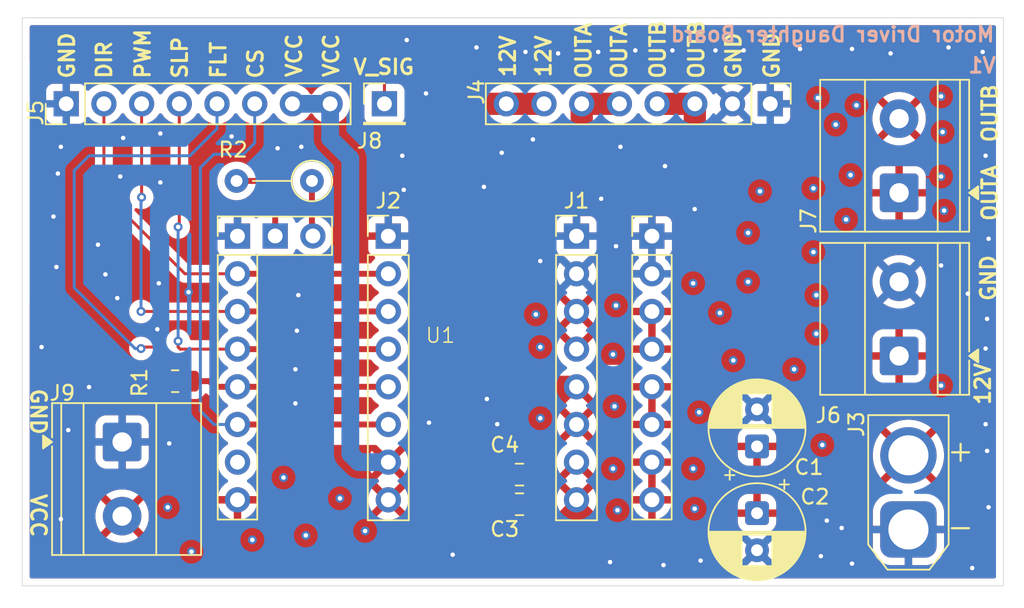
<source format=kicad_pcb>
(kicad_pcb (version 20241229) (generator "pcbnew") (generator_version "9.0")
  (title_block (title "Motor Driver Daughter Board") (date "2025-09-30") (rev "1") (company "Gold Rush Robotics") (comment 1 "Designed by: Sylvester Pudelko (BigPierogi)"))
  (layers (0 "F.Cu" mixed "TOP") (2 "B.Cu" mixed "BOTTOM") (13 "F.Paste" user) (15 "B.Paste" user) (5 "F.SilkS" user "F.Silkscreen") (7 "B.SilkS" user "B.Silkscreen") (1 "F.Mask" user) (3 "B.Mask" user) (25 "Edge.Cuts" user))
  (net 0 "")
  (net 1 "GND")
  (net 2 "+12V")
  (net 3 "OUTB")
  (net 4 "OUTA")
  (net 5 "VCC")
  (net 6 "FLT")
  (net 7 "CS")
  (net 8 "SLP")
  (net 9 "PWM")
  (net 10 "DIR")
  (net 11 "V_SIG")
  (net 12 "Net-(U1-VREFGND)")
  (net 13 "Net-(U1-VREF)")
  (footprint "Connector_PinHeader_2.54mm:PinHeader_1x08_P2.54mm_Vertical" (layer "F.Cu") (at 40.82 31.26)
    (property "Reference" "J2" (at 0 -2.38 0) (layer "F.SilkS"))
    (property "Value" "Conn_01x08" (hide yes))
    (pad "1" thru_hole rect (at 0 0) (size 1.7 1.7) (drill 1) (layers "*.Cu" "*.Mask") (net 1 "GND"))
    (pad "2" thru_hole circle (at 0 2.54) (size 1.7 1.7) (drill 1) (layers "*.Cu" "*.Mask") (net 10 "DIR"))
    (pad "3" thru_hole circle (at 0 5.08) (size 1.7 1.7) (drill 1) (layers "*.Cu" "*.Mask") (net 9 "PWM"))
    (pad "4" thru_hole circle (at 0 7.62) (size 1.7 1.7) (drill 1) (layers "*.Cu" "*.Mask") (net 8 "SLP"))
    (pad "5" thru_hole circle (at 0 10.16) (size 1.7 1.7) (drill 1) (layers "*.Cu" "*.Mask") (net 6 "FLT"))
    (pad "6" thru_hole circle (at 0 12.7) (size 1.7 1.7) (drill 1) (layers "*.Cu" "*.Mask") (net 7 "CS"))
    (pad "7" thru_hole circle (at 0 15.24) (size 1.7 1.7) (drill 1) (layers "*.Cu" "*.Mask") (net 5 "VCC"))
    (pad "8" thru_hole circle (at 0 17.78) (size 1.7 1.7) (drill 1) (layers "*.Cu" "*.Mask") (net 5 "VCC"))
  )
  (footprint "Connector_PinHeader_2.54mm:PinHeader_1x08_P2.54mm_Vertical" (layer "F.Cu") (at 66.55 22.34 -90)
    (property "Reference" "J4" (at -0.8 19.79 270) (layer "F.SilkS"))
    (property "Value" "Conn_01x08" (hide yes))
    (pad "1" thru_hole rect (at 0 0 270) (size 1.7 1.7) (drill 1) (layers "*.Cu" "*.Mask") (net 1 "GND"))
    (pad "2" thru_hole circle (at 0 2.54 270) (size 1.7 1.7) (drill 1) (layers "*.Cu" "*.Mask") (net 1 "GND"))
    (pad "3" thru_hole circle (at 0 5.08 270) (size 1.7 1.7) (drill 1) (layers "*.Cu" "*.Mask") (net 3 "OUTB"))
    (pad "4" thru_hole circle (at 0 7.62 270) (size 1.7 1.7) (drill 1) (layers "*.Cu" "*.Mask") (net 3 "OUTB"))
    (pad "5" thru_hole circle (at 0 10.16 270) (size 1.7 1.7) (drill 1) (layers "*.Cu" "*.Mask") (net 4 "OUTA"))
    (pad "6" thru_hole circle (at 0 12.7 270) (size 1.7 1.7) (drill 1) (layers "*.Cu" "*.Mask") (net 4 "OUTA"))
    (pad "7" thru_hole circle (at 0 15.24 270) (size 1.7 1.7) (drill 1) (layers "*.Cu" "*.Mask") (net 2 "+12V"))
    (pad "8" thru_hole circle (at 0 17.78 270) (size 1.7 1.7) (drill 1) (layers "*.Cu" "*.Mask") (net 2 "+12V"))
  )
  (footprint "Connector_PinHeader_2.54mm:PinHeader_1x08_P2.54mm_Vertical" (layer "F.Cu") (at 19.12 22.34 90)
    (property "Reference" "J5" (at -0.6 -2.06 90) (layer "F.SilkS"))
    (property "Value" "Conn_01x08" (hide yes))
    (pad "1" thru_hole rect (at 0 0 90) (size 1.7 1.7) (drill 1) (layers "*.Cu" "*.Mask") (net 1 "GND"))
    (pad "2" thru_hole circle (at 0 2.54 90) (size 1.7 1.7) (drill 1) (layers "*.Cu" "*.Mask") (net 10 "DIR"))
    (pad "3" thru_hole circle (at 0 5.08 90) (size 1.7 1.7) (drill 1) (layers "*.Cu" "*.Mask") (net 9 "PWM"))
    (pad "4" thru_hole circle (at 0 7.62 90) (size 1.7 1.7) (drill 1) (layers "*.Cu" "*.Mask") (net 8 "SLP"))
    (pad "5" thru_hole circle (at 0 10.16 90) (size 1.7 1.7) (drill 1) (layers "*.Cu" "*.Mask") (net 6 "FLT"))
    (pad "6" thru_hole circle (at 0 12.7 90) (size 1.7 1.7) (drill 1) (layers "*.Cu" "*.Mask") (net 7 "CS"))
    (pad "7" thru_hole circle (at 0 15.24 90) (size 1.7 1.7) (drill 1) (layers "*.Cu" "*.Mask") (net 5 "VCC"))
    (pad "8" thru_hole circle (at 0 17.78 90) (size 1.7 1.7) (drill 1) (layers "*.Cu" "*.Mask") (net 5 "VCC"))
  )
  (footprint "Connector_PinHeader_2.54mm:PinHeader_1x01_P2.54mm_Vertical" (layer "F.Cu") (at 40.56 22.34)
    (property "Reference" "J8" (at -1 2.5 0) (layer "F.SilkS"))
    (property "Value" "Conn_01x01" (hide yes))
    (pad "1" thru_hole rect (at 0 0) (size 1.7 1.7) (drill 1) (layers "*.Cu" "*.Mask") (net 11 "V_SIG"))
  )
  (footprint "PololuMotorDriver:Pololu_G2_Motor_Driver_18v17" (layer "F.Cu") (at 44.63 43.25)
    (property "Reference" "U1" (at -0.3 -5.3 0) (layer "F.SilkS") (effects (font (thickness 0.1))))
    (property "Value" "~")
    (pad "1" thru_hole rect (at -13.97 -11.99) (size 1.7 1.7) (drill 1) (layers "*.Cu" "*.Mask") (net 1 "GND"))
    (pad "1" thru_hole rect (at 13.95 -11.99) (size 1.7 1.7) (drill 1) (layers "*.Cu" "*.Mask") (net 1 "GND"))
    (pad "1" thru_hole oval (at 13.95 -9.45) (size 1.7 1.7) (drill 1) (layers "*.Cu" "*.Mask") (net 1 "GND"))
    (pad "2" thru_hole oval (at -13.97 -9.45) (size 1.7 1.7) (drill 1) (layers "*.Cu" "*.Mask") (net 10 "DIR"))
    (pad "3" thru_hole oval (at -13.97 -6.91) (size 1.7 1.7) (drill 1) (layers "*.Cu" "*.Mask") (net 9 "PWM"))
    (pad "4" thru_hole oval (at -13.97 -4.37) (size 1.7 1.7) (drill 1) (layers "*.Cu" "*.Mask") (net 8 "SLP"))
    (pad "5" thru_hole oval (at -13.97 -1.83) (size 1.7 1.7) (drill 1) (layers "*.Cu" "*.Mask") (net 6 "FLT"))
    (pad "6" thru_hole oval (at -13.97 0.71) (size 1.7 1.7) (drill 1) (layers "*.Cu" "*.Mask") (net 7 "CS"))
    (pad "7" thru_hole oval (at -13.97 3.25) (size 1.7 1.7) (drill 1) (layers "*.Cu" "*.Mask"))
    (pad "8" thru_hole oval (at -13.97 5.79) (size 1.7 1.7) (drill 1) (layers "*.Cu" "*.Mask") (net 5 "VCC"))
    (pad "9" thru_hole oval (at 13.95 -6.91) (size 1.7 1.7) (drill 1) (layers "*.Cu" "*.Mask") (net 3 "OUTB"))
    (pad "9" thru_hole oval (at 13.95 -4.37) (size 1.7 1.7) (drill 1) (layers "*.Cu" "*.Mask") (net 3 "OUTB"))
    (pad "10" thru_hole oval (at 13.95 -1.83) (size 1.7 1.7) (drill 1) (layers "*.Cu" "*.Mask") (net 4 "OUTA"))
    (pad "10" thru_hole oval (at 13.95 0.71) (size 1.7 1.7) (drill 1) (layers "*.Cu" "*.Mask") (net 4 "OUTA"))
    (pad "11" thru_hole oval (at 13.95 3.25) (size 1.7 1.7) (drill 1) (layers "*.Cu" "*.Mask") (net 2 "+12V"))
    (pad "11" thru_hole oval (at 13.95 5.79) (size 1.7 1.7) (drill 1) (layers "*.Cu" "*.Mask") (net 2 "+12V"))
    (pad "12" thru_hole rect (at -11.43 -12) (size 1.7 1.7) (drill 1) (layers "*.Cu" "*.Mask") (net 12 "Net-(U1-VREFGND)"))
    (pad "13" thru_hole oval (at -8.89 -12) (size 1.7 1.7) (drill 1) (layers "*.Cu" "*.Mask") (net 13 "Net-(U1-VREF)"))
  )
  (footprint "Capacitor_SMD:C_0805_2012Metric_Pad1.18x1.45mm_HandSolder" (layer "F.Cu") (at 49.66 49.34 180)
    (property "Reference" "C3" (at 1 -1.68 0) (layer "F.SilkS"))
    (property "Value" "10uF" (hide yes))
    (pad "1" smd roundrect (at -1.0375 0 180) (size 1.175 1.45) (layers "F.Cu" "F.Mask" "F.Paste") (roundrect_rratio 0.212766) (net 2 "+12V"))
    (pad "2" smd roundrect (at 1.0375 0 180) (size 1.175 1.45) (layers "F.Cu" "F.Mask" "F.Paste") (roundrect_rratio 0.212766) (net 1 "GND"))
  )
  (footprint "Capacitor_SMD:C_0805_2012Metric_Pad1.18x1.45mm_HandSolder" (layer "F.Cu") (at 49.66 47.34 180)
    (property "Reference" "C4" (at 1 2 0) (layer "F.SilkS"))
    (property "Value" "0.1uF" (hide yes))
    (pad "1" smd roundrect (at -1.0375 0 180) (size 1.175 1.45) (layers "F.Cu" "F.Mask" "F.Paste") (roundrect_rratio 0.212766) (net 2 "+12V"))
    (pad "2" smd roundrect (at 1.0375 0 180) (size 1.175 1.45) (layers "F.Cu" "F.Mask" "F.Paste") (roundrect_rratio 0.212766) (net 1 "GND"))
  )
  (footprint "Connector_AMASS:AMASS_XT30U-M_1x02_P5.0mm_Vertical" (layer "F.Cu") (at 75.86 51.04 90)
    (property "Reference" "J3" (at 7.1 -3.5 90) (layer "F.SilkS"))
    (property "Value" "XT30" (hide yes))
    (fp_text user "+" (at 5.2 3.4 90) (layer "F.SilkS") (effects (font (size 1.5 1.5))))
    (fp_text user "-" (at 0.2 3.5 180) (layer "F.SilkS") (effects (font (size 1.5 1.5))))
    (pad "1" thru_hole roundrect (at 0 0 90) (size 3.8 3.8) (drill 2.7) (layers "*.Cu" "*.Mask") (roundrect_rratio 0.2) (net 1 "GND"))
    (pad "2" thru_hole circle (at 5 0 90) (size 3.8 3.8) (drill 2.7) (layers "*.Cu" "*.Mask") (net 2 "+12V"))
  )
  (footprint "Connector_PinHeader_2.54mm:PinHeader_1x08_P2.54mm_Vertical" (layer "F.Cu") (at 53.5 31.26)
    (property "Reference" "J1" (at 0 -2.38 0) (layer "F.SilkS"))
    (property "Value" "Conn_01x08" (hide yes))
    (pad "1" thru_hole rect (at 0 0) (size 1.7 1.7) (drill 1) (layers "*.Cu" "*.Mask") (net 1 "GND"))
    (pad "2" thru_hole circle (at 0 2.54) (size 1.7 1.7) (drill 1) (layers "*.Cu" "*.Mask") (net 1 "GND"))
    (pad "3" thru_hole circle (at 0 5.08) (size 1.7 1.7) (drill 1) (layers "*.Cu" "*.Mask") (net 3 "OUTB"))
    (pad "4" thru_hole circle (at 0 7.62) (size 1.7 1.7) (drill 1) (layers "*.Cu" "*.Mask") (net 3 "OUTB"))
    (pad "5" thru_hole circle (at 0 10.16) (size 1.7 1.7) (drill 1) (layers "*.Cu" "*.Mask") (net 4 "OUTA"))
    (pad "6" thru_hole circle (at 0 12.7) (size 1.7 1.7) (drill 1) (layers "*.Cu" "*.Mask") (net 4 "OUTA"))
    (pad "7" thru_hole circle (at 0 15.24) (size 1.7 1.7) (drill 1) (layers "*.Cu" "*.Mask") (net 2 "+12V"))
    (pad "8" thru_hole circle (at 0 17.78) (size 1.7 1.7) (drill 1) (layers "*.Cu" "*.Mask") (net 2 "+12V"))
  )
  (footprint "TerminalBlock_Phoenix:TerminalBlock_Phoenix_MKDS-1,5-2_1x02_P5.00mm_Horizontal" (layer "F.Cu") (at 75.2325 39.34 90)
    (property "Reference" "J6" (at -4 -4.7725 180) (layer "F.SilkS"))
    (property "Value" "2 pin screw" (hide yes))
    (pad "1" thru_hole roundrect (at 0 0 90) (size 2.6 2.6) (drill 1.3) (layers "*.Cu" "*.Mask") (roundrect_rratio 0.096154) (net 2 "+12V"))
    (pad "2" thru_hole circle (at 5 0 90) (size 2.6 2.6) (drill 1.3) (layers "*.Cu" "*.Mask") (net 1 "GND"))
  )
  (footprint "Capacitor_THT:CP_Radial_D6.3mm_P2.50mm" (layer "F.Cu") (at 65.66 49.94 -90)
    (property "Reference" "C2" (at -1.1 -3.9 180) (layer "F.SilkS"))
    (property "Value" "220uF" (hide yes))
    (pad "1" thru_hole roundrect (at 0 0 270) (size 1.6 1.6) (drill 0.8) (layers "*.Cu" "*.Mask") (roundrect_rratio 0.15625) (net 2 "+12V"))
    (pad "2" thru_hole circle (at 2.5 0 270) (size 1.6 1.6) (drill 0.8) (layers "*.Cu" "*.Mask") (net 1 "GND"))
  )
  (footprint "Resistor_THT:R_Axial_DIN0207_L6.3mm_D2.5mm_P5.08mm_Vertical" (layer "F.Cu") (at 35.675 27.54 180)
    (property "Reference" "R2" (at 5.315 2.1 0) (layer "F.SilkS"))
    (property "Value" "20K" (hide yes))
    (pad "1" thru_hole circle (at 0 0 180) (size 1.6 1.6) (drill 0.8) (layers "*.Cu" "*.Mask") (net 13 "Net-(U1-VREF)"))
    (pad "2" thru_hole circle (at 5.08 0 180) (size 1.6 1.6) (drill 0.8) (layers "*.Cu" "*.Mask") (net 12 "Net-(U1-VREFGND)"))
  )
  (footprint "Capacitor_THT:CP_Radial_D6.3mm_P2.50mm" (layer "F.Cu") (at 65.66 45.44 90)
    (property "Reference" "C1" (at -1.4 3.5 0) (layer "F.SilkS"))
    (property "Value" "220uF" (hide yes))
    (pad "1" thru_hole roundrect (at 0 0 90) (size 1.6 1.6) (drill 0.8) (layers "*.Cu" "*.Mask") (roundrect_rratio 0.15625) (net 2 "+12V"))
    (pad "2" thru_hole circle (at 2.5 0 90) (size 1.6 1.6) (drill 0.8) (layers "*.Cu" "*.Mask") (net 1 "GND"))
  )
  (footprint "Resistor_SMD:R_0805_2012Metric_Pad1.20x1.40mm_HandSolder" (layer "F.Cu") (at 26.46 41.04)
    (property "Reference" "R1" (at -2.4 0.1 90) (layer "F.SilkS"))
    (property "Value" "10K" (hide yes))
    (pad "1" smd roundrect (at -1 0) (size 1.2 1.4) (layers "F.Cu" "F.Mask" "F.Paste") (roundrect_rratio 0.208333) (net 11 "V_SIG"))
    (pad "2" smd roundrect (at 1 0) (size 1.2 1.4) (layers "F.Cu" "F.Mask" "F.Paste") (roundrect_rratio 0.208333) (net 6 "FLT"))
  )
  (footprint "TerminalBlock_Phoenix:TerminalBlock_Phoenix_MKDS-1,5-2_1x02_P5.00mm_Horizontal" (layer "F.Cu") (at 22.8875 45.14 -90)
    (property "Reference" "J9" (at -3.3 4.0275 180) (layer "F.SilkS"))
    (property "Value" "2 pin screw" (hide yes))
    (pad "1" thru_hole roundrect (at 0 0 270) (size 2.6 2.6) (drill 1.3) (layers "*.Cu" "*.Mask") (roundrect_rratio 0.096154) (net 1 "GND"))
    (pad "2" thru_hole circle (at 5 0 270) (size 2.6 2.6) (drill 1.3) (layers "*.Cu" "*.Mask") (net 5 "VCC"))
  )
  (footprint "TerminalBlock_Phoenix:TerminalBlock_Phoenix_MKDS-1,5-2_1x02_P5.00mm_Horizontal" (layer "F.Cu") (at 75.2325 28.34 90)
    (property "Reference" "J7" (at -1.9 -6.1 90) (layer "F.SilkS"))
    (property "Value" "2 pin screw" (hide yes))
    (pad "1" thru_hole roundrect (at 0 0 90) (size 2.6 2.6) (drill 1.3) (layers "*.Cu" "*.Mask") (roundrect_rratio 0.096154) (net 4 "OUTA"))
    (pad "2" thru_hole circle (at 5 0 90) (size 2.6 2.6) (drill 1.3) (layers "*.Cu" "*.Mask") (net 3 "OUTB"))
  )
  (gr_rect (start 16.16 16.54) (end 82.26 54.84) (stroke (width 0.05)) (fill no) (layer "Edge.Cuts"))
  (gr_text "GND" (at 67.24 20.74 90) (layer "F.SilkS") (effects (font (size 1 1) (thickness 0.2) (bold yes)) (justify left bottom)))
  (gr_text "CS" (at 32.46 20.74 90) (layer "F.SilkS") (effects (font (size 1 1) (thickness 0.2) (bold yes)) (justify left bottom)))
  (gr_text "VCC" (at 16.66 48.54 270) (layer "F.SilkS") (effects (font (size 1 1) (thickness 0.2) (bold yes)) (justify left bottom)))
  (gr_text "OUTA" (at 81.9325 30.34 90) (layer "F.SilkS") (effects (font (size 1 1) (thickness 0.2) (bold yes)) (justify left bottom)))
  (gr_text "12V" (at 49.46 20.64 90) (layer "F.SilkS") (effects (font (size 1 1) (thickness 0.2) (bold yes)) (justify left bottom)))
  (gr_text "OUTB" (at 59.56 20.74 90) (layer "F.SilkS") (effects (font (size 1 1) (thickness 0.2) (bold yes)) (justify left bottom)))
  (gr_text "FLT" (at 29.96 20.74 90) (layer "F.SilkS") (effects (font (size 1 1) (thickness 0.2) (bold yes)) (justify left bottom)))
  (gr_text "OUTA" (at 56.96 20.74 90) (layer "F.SilkS") (effects (font (size 1 1) (thickness 0.2) (bold yes)) (justify left bottom)))
  (gr_text "SLP" (at 27.36 20.74 90) (layer "F.SilkS") (effects (font (size 1 1) (thickness 0.2) (bold yes)) (justify left bottom)))
  (gr_text "OUTB" (at 62.16 20.74 90) (layer "F.SilkS") (effects (font (size 1 1) (thickness 0.2) (bold yes)) (justify left bottom)))
  (gr_text "DIR" (at 22.26 20.74 90) (layer "F.SilkS") (effects (font (size 1 1) (thickness 0.2) (bold yes)) (justify left bottom)))
  (gr_text "OUTB" (at 81.9325 25.04 90) (layer "F.SilkS") (effects (font (size 1 1) (thickness 0.2) (bold yes)) (justify left bottom)))
  (gr_text "PWM" (at 24.86 20.74 90) (layer "F.SilkS") (effects (font (size 1 1) (thickness 0.2) (bold yes)) (justify left bottom)))
  (gr_text "12V" (at 81.46 42.74 90) (layer "F.SilkS") (effects (font (size 1 1) (thickness 0.2) (bold yes)) (justify left bottom)))
  (gr_text "GND" (at 64.66 20.74 90) (layer "F.SilkS") (effects (font (size 1 1) (thickness 0.2) (bold yes)) (justify left bottom)))
  (gr_text "GND" (at 16.66 41.44 270) (layer "F.SilkS") (effects (font (size 1 1) (thickness 0.2) (bold yes)) (justify left bottom)))
  (gr_text "VCC" (at 37.56 20.64 90) (layer "F.SilkS") (effects (font (size 1 1) (thickness 0.2) (bold yes)) (justify left bottom)))
  (gr_text "VCC" (at 35.06 20.64 90) (layer "F.SilkS") (effects (font (size 1 1) (thickness 0.2) (bold yes)) (justify left bottom)))
  (gr_text "OUTA" (at 54.56 20.74 90) (layer "F.SilkS") (effects (font (size 1 1) (thickness 0.2) (bold yes)) (justify left bottom)))
  (gr_text "GND" (at 19.76 20.74 90) (layer "F.SilkS") (effects (font (size 1 1) (thickness 0.2) (bold yes)) (justify left bottom)))
  (gr_text "GND" (at 81.8325 35.74 90) (layer "F.SilkS") (effects (font (size 1 1) (thickness 0.2) (bold yes)) (justify left bottom)))
  (gr_text "V_SIG" (at 38.36 20.44 0) (layer "F.SilkS") (effects (font (size 1 1) (thickness 0.2) (bold yes)) (justify left bottom)))
  (gr_text "12V" (at 51.86 20.64 90) (layer "F.SilkS") (effects (font (size 1 1) (thickness 0.2) (bold yes)) (justify left bottom)))
  (gr_text "V1" (at 81.86 20.34 0) (layer "B.SilkS") (effects (font (size 1 1) (thickness 0.2) (bold yes)) (justify left bottom mirror)))
  (gr_text "Motor Driver Daughter Board" (at 81.76 18.24 -0) (layer "B.SilkS") (effects (font (size 1 1) (thickness 0.2) (bold yes)) (justify left bottom mirror)))
  (via (at 81.26 49.54) (size 0.6) (drill 0.3) (layers "F.Cu" "B.Cu") (net 1))
  (via (at 81.06 25.84) (size 0.6) (drill 0.3) (layers "F.Cu" "B.Cu") (net 1))
  (via (at 25.46 27.64) (size 0.6) (drill 0.3) (layers "F.Cu" "B.Cu") (net 1))
  (via (at 47.46 42.24) (size 0.6) (drill 0.3) (layers "F.Cu" "B.Cu") (net 1))
  (via (at 45.16 52.74) (size 0.6) (drill 0.3) (layers "F.Cu" "B.Cu") (net 1))
  (via (at 27.36 35.04) (size 0.6) (drill 0.3) (layers "F.Cu" "B.Cu") (net 1))
  (via (at 30.26 24.54) (size 0.6) (drill 0.3) (layers "F.Cu" "B.Cu") (net 1))
  (via (at 20.66 41.44) (size 0.6) (drill 0.3) (layers "F.Cu" "B.Cu") (net 1))
  (via (at 54.96 18.84) (size 0.6) (drill 0.3) (layers "F.Cu" "B.Cu") (net 1))
  (via (at 17.46 38.74) (size 0.6) (drill 0.3) (layers "F.Cu" "B.Cu") (net 1))
  (via (at 72.06 18.64) (size 0.6) (drill 0.3) (layers "F.Cu" "B.Cu") (net 1))
  (via (at 71.36 50.94) (size 0.6) (drill 0.3) (layers "F.Cu" "B.Cu") (net 1))
  (via (at 34.56 42.54) (size 0.6) (drill 0.3) (layers "F.Cu" "B.Cu") (net 1))
  (via (at 81.16 45.74) (size 0.6) (drill 0.3) (layers "F.Cu" "B.Cu") (net 1))
  (via (at 68.56 18.64) (size 0.6) (drill 0.3) (layers "F.Cu" "B.Cu") (net 1))
  (via (at 78.56 18.54) (size 0.6) (drill 0.3) (layers "F.Cu" "B.Cu") (net 1))
  (via (at 61.46 29.44) (size 0.6) (drill 0.3) (layers "F.Cu" "B.Cu") (net 1))
  (via (at 57.46 18.74) (size 0.6) (drill 0.3) (layers "F.Cu" "B.Cu") (net 1))
  (via (at 55.76 53.24) (size 0.6) (drill 0.3) (layers "F.Cu" "B.Cu") (net 1))
  (via (at 18.26 29.94) (size 0.6) (drill 0.3) (layers "F.Cu" "B.Cu") (net 1))
  (via (at 41.86 28.14) (size 0.6) (drill 0.3) (layers "F.Cu" "B.Cu") (net 1))
  (via (at 69.96 52.84) (size 0.6) (drill 0.3) (layers "F.Cu" "B.Cu") (net 1))
  (via (at 34.76 35.24) (size 0.6) (drill 0.3) (layers "F.Cu" "B.Cu") (net 1))
  (via (at 55.16 28.74) (size 0.6) (drill 0.3) (layers "F.Cu" "B.Cu") (net 1))
  (via (at 81.16 36.84) (size 0.6) (drill 0.3) (layers "F.Cu" "B.Cu") (net 1))
  (via (at 50.56 24.74) (size 0.6) (drill 0.3) (layers "F.Cu" "B.Cu") (net 1))
  (via (at 18.76 50.34) (size 0.6) (drill 0.3) (layers "F.Cu" "B.Cu") (net 1))
  (via (at 22.76 27.24) (size 0.6) (drill 0.3) (layers "F.Cu" "B.Cu") (net 1))
  (via (at 25.26 37.54) (size 0.6) (drill 0.3) (layers "F.Cu" "B.Cu") (net 1))
  (via (at 46.76 18.54) (size 0.6) (drill 0.3) (layers "F.Cu" "B.Cu") (net 1))
  (via (at 72.06 53.34) (size 0.6) (drill 0.3) (layers "F.Cu" "B.Cu") (net 1))
  (via (at 34.66 37.64) (size 0.6) (drill 0.3) (layers "F.Cu" "B.Cu") (net 1))
  (via (at 51.06 32.94) (size 0.6) (drill 0.3) (layers "F.Cu" "B.Cu") (net 1))
  (via (at 59.46 26.54) (size 0.6) (drill 0.3) (layers "F.Cu" "B.Cu") (net 1))
  (via (at 61.86 53.14) (size 0.6) (drill 0.3) (layers "F.Cu" "B.Cu") (net 1))
  (via (at 56.16 31.94) (size 0.6) (drill 0.3) (layers "F.Cu" "B.Cu") (net 1))
  (via (at 56.46 25.24) (size 0.6) (drill 0.3) (layers "F.Cu" "B.Cu") (net 1))
  (via (at 74.66 18.94) (size 0.6) (drill 0.3) (layers "F.Cu" "B.Cu") (net 1))
  (via (at 33.36 25.34) (size 0.6) (drill 0.3) (layers "F.Cu" "B.Cu") (net 1))
  (via (at 18.76 25.24) (size 0.6) (drill 0.3) (layers "F.Cu" "B.Cu") (net 1))
  (via (at 22.96 24.64) (size 0.6) (drill 0.3) (layers "F.Cu" "B.Cu") (net 1))
  (via (at 43.36 21.64) (size 0.6) (drill 0.3) (layers "F.Cu" "B.Cu") (net 1))
  (via (at 80.16 53.64) (size 0.6) (drill 0.3) (layers "F.Cu" "B.Cu") (net 1))
  (via (at 19.26 44.34) (size 0.6) (drill 0.3) (layers "F.Cu" "B.Cu") (net 1))
  (via (at 62.86 18.74) (size 0.6) (drill 0.3) (layers "F.Cu" "B.Cu") (net 1))
  (via (at 78.06 33.24) (size 0.6) (drill 0.3) (layers "F.Cu" "B.Cu") (net 1))
  (via (at 34.56 40.24) (size 0.6) (drill 0.3) (layers "F.Cu" "B.Cu") (net 1))
  (via (at 59.96 18.74) (size 0.6) (drill 0.3) (layers "F.Cu" "B.Cu") (net 1))
  (via (at 81.06 43.94) (size 0.6) (drill 0.3) (layers "F.Cu" "B.Cu") (net 1))
  (via (at 81.26 31.44) (size 0.6) (drill 0.3) (layers "F.Cu" "B.Cu") (net 1))
  (via (at 34.96 25.24) (size 0.6) (drill 0.3) (layers "F.Cu" "B.Cu") (net 1))
  (via (at 48.46 25.64) (size 0.6) (drill 0.3) (layers "F.Cu" "B.Cu") (net 1))
  (via (at 21.26 31.84) (size 0.6) (drill 0.3) (layers "F.Cu" "B.Cu") (net 1))
  (via (at 47.26 27.94) (size 0.6) (drill 0.3) (layers "F.Cu" "B.Cu") (net 1))
  (via (at 79.86 35.14) (size 0.6) (drill 0.3) (layers "F.Cu" "B.Cu") (net 1))
  (via (at 81.06 38.84) (size 0.6) (drill 0.3) (layers "F.Cu" "B.Cu") (net 1))
  (via (at 22.56 35.44) (size 0.6) (drill 0.3) (layers "F.Cu" "B.Cu") (net 1))
  (via (at 26.06 45.24) (size 0.6) (drill 0.3) (layers "F.Cu" "B.Cu") (net 1))
  (via (at 80.86 18.84) (size 0.6) (drill 0.3) (layers "F.Cu" "B.Cu") (net 1))
  (via (at 64.76 18.74) (size 0.6) (drill 0.3) (layers "F.Cu" "B.Cu") (net 1))
  (via (at 43.56 43.84) (size 0.6) (drill 0.3) (layers "F.Cu" "B.Cu") (net 1))
  (via (at 42.06 18.04) (size 0.6) (drill 0.3) (layers "F.Cu" "B.Cu") (net 1))
  (via (at 48.16 43.94) (size 0.6) (drill 0.3) (layers "F.Cu" "B.Cu") (net 1))
  (via (at 25.36 34.44) (size 0.6) (drill 0.3) (layers "F.Cu" "B.Cu") (net 1))
  (via (at 18.46 33.34) (size 0.6) (drill 0.3) (layers "F.Cu" "B.Cu") (net 1))
  (via (at 18.56 27.04) (size 0.6) (drill 0.3) (layers "F.Cu" "B.Cu") (net 1))
  (via (at 21.76 33.84) (size 0.6) (drill 0.3) (layers "F.Cu" "B.Cu") (net 1))
  (via (at 52.26 18.94) (size 0.6) (drill 0.3) (layers "F.Cu" "B.Cu") (net 1))
  (via (at 70.36 50.44) (size 0.6) (drill 0.3) (layers "F.Cu" "B.Cu") (net 1))
  (via (at 59.36 53.44) (size 0.6) (drill 0.3) (layers "F.Cu" "B.Cu") (net 1))
  (via (at 41.76 25.84) (size 0.6) (drill 0.3) (layers "F.Cu" "B.Cu") (net 1))
  (via (at 25.46 24.34) (size 0.6) (drill 0.3) (layers "F.Cu" "B.Cu") (net 1))
  (via (at 50.06 18.84) (size 0.6) (drill 0.3) (layers "F.Cu" "B.Cu") (net 1))
  (segment (start 52.46 52.59) (end 53.5 51.55) (width 1.5) (layer "F.Cu") (net 2))
  (segment (start 46.16 43.74) (end 46.16 50.34) (width 1.5) (layer "F.Cu") (net 2))
  (segment (start 48.41 52.59) (end 52.46 52.59) (width 1.5) (layer "F.Cu") (net 2))
  (segment (start 53.5 51.55) (end 53.5 49.04) (width 1.5) (layer "F.Cu") (net 2))
  (segment (start 44.91 42.49) (end 46.16 43.74) (width 1.5) (layer "F.Cu") (net 2))
  (segment (start 48.77 22.34) (end 46.71 22.34) (width 1.5) (layer "F.Cu") (net 2))
  (segment (start 46.16 50.34) (end 48.41 52.59) (width 1.5) (layer "F.Cu") (net 2))
  (segment (start 44.91 24.14) (end 44.91 42.49) (width 1.5) (layer "F.Cu") (net 2))
  (segment (start 51.31 22.34) (end 48.77 22.34) (width 1.5) (layer "F.Cu") (net 2))
  (segment (start 46.71 22.34) (end 44.91 24.14) (width 1.5) (layer "F.Cu") (net 2))
  (via (at 78.06 41.34) (size 0.6) (drill 0.3) (layers "F.Cu" "B.Cu") (net 2))
  (via (at 61.36 46.94) (size 0.6) (drill 0.3) (layers "F.Cu" "B.Cu") (net 2))
  (via (at 70.06 45.34) (size 0.6) (drill 0.3) (layers "F.Cu" "B.Cu") (net 2))
  (via (at 61.46 49.64) (size 0.6) (drill 0.3) (layers "F.Cu" "B.Cu") (net 2))
  (via (at 55.96 46.94) (size 0.6) (drill 0.3) (layers "F.Cu" "B.Cu") (net 2))
  (via (at 56.26 49.74) (size 0.6) (drill 0.3) (layers "F.Cu" "B.Cu") (net 2))
  (segment (start 58.93 22.34) (end 61.47 22.34) (width 1.5) (layer "F.Cu") (net 3))
  (segment (start 61.47 25.65) (end 62.06 26.24) (width 1.5) (layer "F.Cu") (net 3))
  (segment (start 62.06 26.24) (end 65.46 26.24) (width 1.5) (layer "F.Cu") (net 3))
  (segment (start 61.47 22.34) (end 61.47 25.65) (width 1.5) (layer "F.Cu") (net 3))
  (via (at 65.06 31.04) (size 0.6) (drill 0.3) (layers "F.Cu" "B.Cu") (net 3))
  (via (at 78.16 24.24) (size 0.6) (drill 0.3) (layers "F.Cu" "B.Cu") (net 3))
  (via (at 51.06 38.74) (size 0.6) (drill 0.3) (layers "F.Cu" "B.Cu") (net 3))
  (via (at 65.86 28.24) (size 0.6) (drill 0.3) (layers "F.Cu" "B.Cu") (net 3))
  (via (at 61.36 34.44) (size 0.6) (drill 0.3) (layers "F.Cu" "B.Cu") (net 3))
  (via (at 55.96 39.24) (size 0.6) (drill 0.3) (layers "F.Cu" "B.Cu") (net 3))
  (via (at 63.16 36.44) (size 0.6) (drill 0.3) (layers "F.Cu" "B.Cu") (net 3))
  (via (at 69.76 21.94) (size 0.6) (drill 0.3) (layers "F.Cu" "B.Cu") (net 3))
  (via (at 50.76 36.54) (size 0.6) (drill 0.3) (layers "F.Cu" "B.Cu") (net 3))
  (via (at 70.96 23.74) (size 0.6) (drill 0.3) (layers "F.Cu" "B.Cu") (net 3))
  (via (at 78.06 21.84) (size 0.6) (drill 0.3) (layers "F.Cu" "B.Cu") (net 3))
  (via (at 56.16 35.94) (size 0.6) (drill 0.3) (layers "F.Cu" "B.Cu") (net 3))
  (via (at 65.06 34.34) (size 0.6) (drill 0.3) (layers "F.Cu" "B.Cu") (net 3))
  (via (at 72.36 22.44) (size 0.6) (drill 0.3) (layers "F.Cu" "B.Cu") (net 3))
  (segment (start 56.39 22.34) (end 53.85 22.34) (width 1.5) (layer "F.Cu") (net 4))
  (segment (start 53.85 24.88) (end 53.85 22.34) (width 1.5) (layer "F.Cu") (net 4))
  (segment (start 53.5 41.42) (end 49.54 41.42) (width 1.5) (layer "F.Cu") (net 4))
  (segment (start 48.46 30.27) (end 53.85 24.88) (width 1.5) (layer "F.Cu") (net 4))
  (segment (start 49.54 41.42) (end 48.46 40.34) (width 1.5) (layer "F.Cu") (net 4))
  (segment (start 48.46 40.34) (end 48.46 30.27) (width 1.5) (layer "F.Cu") (net 4))
  (via (at 71.66 30.14) (size 0.6) (drill 0.3) (layers "F.Cu" "B.Cu") (net 4))
  (via (at 78.26 29.54) (size 0.6) (drill 0.3) (layers "F.Cu" "B.Cu") (net 4))
  (via (at 78.06 27.24) (size 0.6) (drill 0.3) (layers "F.Cu" "B.Cu") (net 4))
  (via (at 69.66 35.24) (size 0.6) (drill 0.3) (layers "F.Cu" "B.Cu") (net 4))
  (via (at 56.06 42.74) (size 0.6) (drill 0.3) (layers "F.Cu" "B.Cu") (net 4))
  (via (at 61.76 43.14) (size 0.6) (drill 0.3) (layers "F.Cu" "B.Cu") (net 4))
  (via (at 68.16 40.24) (size 0.6) (drill 0.3) (layers "F.Cu" "B.Cu") (net 4))
  (via (at 71.96 27.14) (size 0.6) (drill 0.3) (layers "F.Cu" "B.Cu") (net 4))
  (via (at 69.46 28.04) (size 0.6) (drill 0.3) (layers "F.Cu" "B.Cu") (net 4))
  (via (at 69.46 32.34) (size 0.6) (drill 0.3) (layers "F.Cu" "B.Cu") (net 4))
  (via (at 51.06 43.54) (size 0.6) (drill 0.3) (layers "F.Cu" "B.Cu") (net 4))
  (via (at 64.06 39.64) (size 0.6) (drill 0.3) (layers "F.Cu" "B.Cu") (net 4))
  (via (at 69.66 37.84) (size 0.6) (drill 0.3) (layers "F.Cu" "B.Cu") (net 4))
  (via (at 31.66 51.74) (size 0.6) (drill 0.3) (layers "F.Cu" "B.Cu") (net 5))
  (via (at 33.76 47.54) (size 0.6) (drill 0.3) (layers "F.Cu" "B.Cu") (net 5))
  (via (at 35.26 51.44) (size 0.6) (drill 0.3) (layers "F.Cu" "B.Cu") (net 5))
  (via (at 39.26 51.14) (size 0.6) (drill 0.3) (layers "F.Cu" "B.Cu") (net 5))
  (via (at 27.56 52.54) (size 0.6) (drill 0.3) (layers "F.Cu" "B.Cu") (net 5))
  (via (at 37.56 48.94) (size 0.6) (drill 0.3) (layers "F.Cu" "B.Cu") (net 5))
  (via (at 25.96 49.54) (size 0.6) (drill 0.3) (layers "F.Cu" "B.Cu") (net 5))
  (segment (start 38.26 26.04) (end 38.26 45.94) (width 1.2) (layer "B.Cu") (net 5))
  (segment (start 38.82 46.5) (end 40.82 46.5) (width 1.2) (layer "B.Cu") (net 5))
  (segment (start 36.9 22.34) (end 36.9 24.68) (width 1.2) (layer "B.Cu") (net 5))
  (segment (start 36.9 24.68) (end 38.26 26.04) (width 1.2) (layer "B.Cu") (net 5))
  (segment (start 38.26 45.94) (end 38.82 46.5) (width 1.2) (layer "B.Cu") (net 5))
  (segment (start 36.9 22.34) (end 34.36 22.34) (width 1.2) (layer "B.Cu") (net 5))
  (segment (start 24.26 38.74) (end 25.16 38.74) (width 0.2) (layer "F.Cu") (net 6))
  (segment (start 27.46 39.94) (end 27.46 41.04) (width 0.2) (layer "F.Cu") (net 6))
  (segment (start 30.66 41.42) (end 29.14 41.42) (width 0.4) (layer "F.Cu") (net 6))
  (segment (start 25.16 38.74) (end 26.06 39.64) (width 0.2) (layer "F.Cu") (net 6))
  (segment (start 40.82 41.42) (end 30.66 41.42) (width 0.4) (layer "F.Cu") (net 6))
  (segment (start 24.16 38.84) (end 24.26 38.74) (width 0.2) (layer "F.Cu") (net 6))
  (segment (start 27.16 39.64) (end 27.46 39.94) (width 0.2) (layer "F.Cu") (net 6))
  (segment (start 26.06 39.64) (end 27.16 39.64) (width 0.2) (layer "F.Cu") (net 6))
  (segment (start 29.14 41.42) (end 28.76 41.04) (width 0.4) (layer "F.Cu") (net 6))
  (segment (start 28.76 41.04) (end 27.46 41.04) (width 0.4) (layer "F.Cu") (net 6))
  (via (at 24.16 38.84) (size 0.6) (drill 0.3) (layers "F.Cu" "B.Cu") (net 6))
  (segment (start 19.66 26.84) (end 20.66 25.84) (width 0.2) (layer "B.Cu") (net 6))
  (segment (start 23.76 38.84) (end 19.66 34.74) (width 0.2) (layer "B.Cu") (net 6))
  (segment (start 27.46 25.84) (end 29.28 24.02) (width 0.2) (layer "B.Cu") (net 6))
  (segment (start 24.16 38.84) (end 23.76 38.84) (width 0.2) (layer "B.Cu") (net 6))
  (segment (start 19.66 34.74) (end 19.66 26.84) (width 0.2) (layer "B.Cu") (net 6))
  (segment (start 29.28 24.02) (end 29.28 22.34) (width 0.2) (layer "B.Cu") (net 6))
  (segment (start 20.66 25.84) (end 27.46 25.84) (width 0.2) (layer "B.Cu") (net 6))
  (segment (start 30.66 43.96) (end 40.82 43.96) (width 0.4) (layer "F.Cu") (net 7))
  (segment (start 29.06 25.74) (end 28.16 26.64) (width 0.2) (layer "B.Cu") (net 7))
  (segment (start 31.82 22.34) (end 31.82 24.98) (width 0.2) (layer "B.Cu") (net 7))
  (segment (start 29.08 43.96) (end 30.66 43.96) (width 0.2) (layer "B.Cu") (net 7))
  (segment (start 28.16 26.64) (end 28.16 43.04) (width 0.2) (layer "B.Cu") (net 7))
  (segment (start 31.82 24.98) (end 31.06 25.74) (width 0.2) (layer "B.Cu") (net 7))
  (segment (start 28.16 43.04) (end 29.08 43.96) (width 0.2) (layer "B.Cu") (net 7))
  (segment (start 31.06 25.74) (end 29.06 25.74) (width 0.2) (layer "B.Cu") (net 7))
  (segment (start 26.8 38.88) (end 30.66 38.88) (width 0.2) (layer "F.Cu") (net 8))
  (segment (start 26.74 30.56) (end 26.66 30.64) (width 0.2) (layer "F.Cu") (net 8))
  (segment (start 26.66 38.34) (end 26.66 38.74) (width 0.2) (layer "F.Cu") (net 8))
  (segment (start 26.74 22.34) (end 26.74 30.56) (width 0.2) (layer "F.Cu") (net 8))
  (segment (start 26.66 38.74) (end 26.8 38.88) (width 0.2) (layer "F.Cu") (net 8))
  (segment (start 40.82 38.88) (end 30.66 38.88) (width 0.4) (layer "F.Cu") (net 8))
  (via (at 26.66 38.34) (size 0.6) (drill 0.3) (layers "F.Cu" "B.Cu") (net 8))
  (via (at 26.66 30.64) (size 0.6) (drill 0.3) (layers "F.Cu" "B.Cu") (net 8))
  (segment (start 26.66 38.34) (end 26.66 30.64) (width 0.2) (layer "B.Cu") (net 8))
  (segment (start 24.2 28.64) (end 24.2 22.34) (width 0.2) (layer "F.Cu") (net 9))
  (segment (start 24.16 36.34) (end 30.66 36.34) (width 0.2) (layer "F.Cu") (net 9))
  (segment (start 40.82 36.34) (end 30.66 36.34) (width 0.4) (layer "F.Cu") (net 9))
  (via (at 24.16 36.34) (size 0.6) (drill 0.3) (layers "F.Cu" "B.Cu") (net 9))
  (via (at 24.2 28.64) (size 0.6) (drill 0.3) (layers "F.Cu" "B.Cu") (net 9))
  (segment (start 24.16 28.68) (end 24.16 36.34) (width 0.2) (layer "B.Cu") (net 9))
  (segment (start 24.2 28.64) (end 24.16 28.68) (width 0.2) (layer "B.Cu") (net 9))
  (segment (start 21.66 28.34) (end 27.12 33.8) (width 0.2) (layer "F.Cu") (net 10))
  (segment (start 40.82 33.8) (end 30.66 33.8) (width 0.4) (layer "F.Cu") (net 10))
  (segment (start 21.66 22.34) (end 21.66 28.34) (width 0.2) (layer "F.Cu") (net 10))
  (segment (start 27.12 33.8) (end 30.66 33.8) (width 0.2) (layer "F.Cu") (net 10))
  (segment (start 40.56 20.24) (end 38.46 18.14) (width 0.2) (layer "F.Cu") (net 11))
  (segment (start 38.46 18.14) (end 19.16 18.14) (width 0.2) (layer "F.Cu") (net 11))
  (segment (start 19.16 18.14) (end 16.96 20.34) (width 0.2) (layer "F.Cu") (net 11))
  (segment (start 23.06 41.04) (end 25.46 41.04) (width 0.2) (layer "F.Cu") (net 11))
  (segment (start 40.56 22.34) (end 40.56 20.24) (width 0.2) (layer "F.Cu") (net 11))
  (segment (start 16.96 20.34) (end 16.96 34.94) (width 0.2) (layer "F.Cu") (net 11))
  (segment (start 16.96 34.94) (end 23.06 41.04) (width 0.2) (layer "F.Cu") (net 11))
  (segment (start 33.2 28.58) (end 33.2 31.25) (width 0.4) (layer "F.Cu") (net 12))
  (segment (start 30.595 27.54) (end 32.16 27.54) (width 0.4) (layer "F.Cu") (net 12))
  (segment (start 32.16 27.54) (end 33.2 28.58) (width 0.4) (layer "F.Cu") (net 12))
  (segment (start 35.675 27.54) (end 35.675 31.185) (width 0.4) (layer "F.Cu") (net 13))
  (segment (start 35.675 31.185) (end 35.74 31.25) (width 0.4) (layer "F.Cu") (net 13))
  (zone (net 3) (net_name "OUTB") (layer "F.Cu") (priority 3) (connect_pads (clearance 0.5)) (min_thickness 0.25) (fill yes (thermal_gap 0.5) (thermal_bridge_width 0.5))
    (polygon (pts (xy 51.56 39.94) (xy 60.26 39.94) (xy 60.26 37.54) (xy 67.66 37.54) (xy 67.66 25.34) (xy 79.66 25.34) (xy 79.66 20.34) (xy 68.66 20.34) (xy 68.66 24.34) (xy 63.66 24.34) (xy 63.66 33.34) (xy 59.66 33.34) (xy 59.66 34.94) (xy 49.66 34.94) (xy 49.66 40.15)))
  )
  (zone (net 5) (net_name "VCC") (layer "F.Cu") (priority 4) (connect_pads (clearance 0.5)) (min_thickness 0.25) (fill yes (thermal_gap 0.5) (thermal_bridge_width 0.5))
    (polygon (pts (xy 43.66 45.34) (xy 32.66 45.34) (xy 32.66 47.84) (xy 19.66 47.84) (xy 19.66 53.34) (xy 43.66 53.34)))
  )
  (zone (net 2) (net_name "+12V") (layer "F.Cu") (priority 1) (connect_pads (clearance 0.5)) (min_thickness 0.25) (fill yes (thermal_gap 0.5) (thermal_bridge_width 0.5))
    (polygon (pts (xy 79.66 48.34) (xy 67.66 48.34) (xy 67.66 51.34) (xy 49.66 51.34) (xy 49.66 45.34) (xy 63.66 45.34) (xy 63.66 44.34) (xy 72.66 44.34) (xy 72.66 37.34) (xy 75.06 36.84) (xy 79.66 36.84)))
  )
  (zone (net 4) (net_name "OUTA") (layer "F.Cu") (priority 2) (connect_pads (clearance 0.5)) (min_thickness 0.25) (fill yes (thermal_gap 0.5) (thermal_bridge_width 0.5))
    (polygon (pts (xy 49.66 45.14) (xy 62.76 45.14) (xy 62.76 41.54) (xy 71.46 41.54) (xy 71.46 31.34) (xy 79.66 31.34) (xy 79.66 25.34) (xy 69.66 25.84) (xy 67.96 25.84) (xy 67.96 38.04) (xy 61.16 38.04) (xy 61.16 40.6685) (xy 49.66 40.45)))
  )
  (zone (net 1) (net_name "GND") (layers "F.Cu" "B.Cu") (connect_pads (clearance 0.5)) (min_thickness 0.25) (fill yes (thermal_gap 0.5) (thermal_bridge_width 0.5))
    (polygon (pts (xy 83.66 15.34) (xy 83.66 56.34) (xy 14.66 56.34) (xy 14.66 15.34)))
  )
)
</source>
